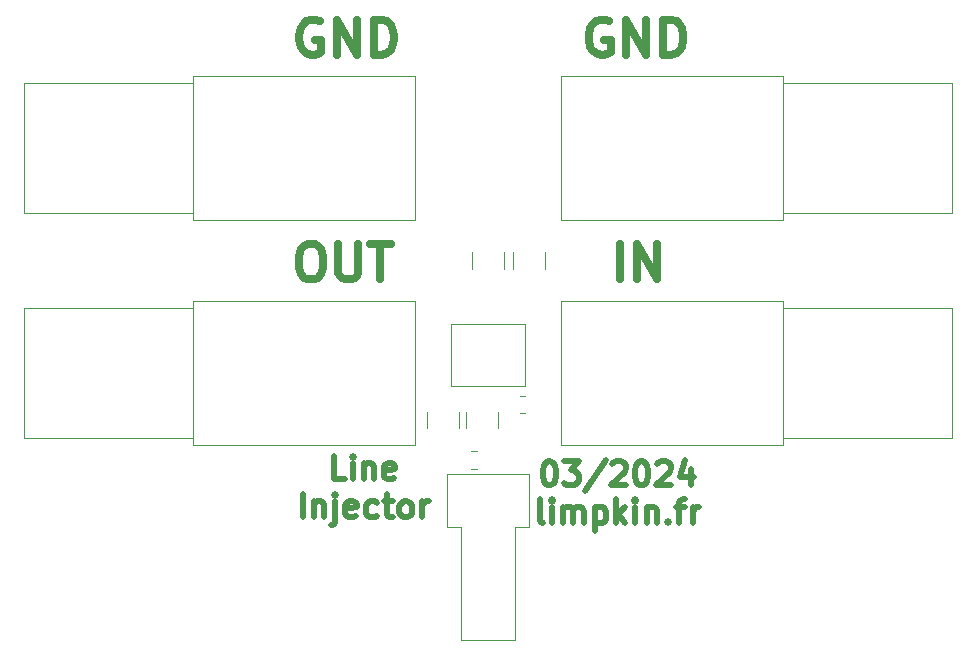
<source format=gto>
%TF.GenerationSoftware,KiCad,Pcbnew,7.0.9*%
%TF.CreationDate,2024-02-21T22:43:16+01:00*%
%TF.ProjectId,line_injector,6c696e65-5f69-46e6-9a65-63746f722e6b,rev?*%
%TF.SameCoordinates,Original*%
%TF.FileFunction,Legend,Top*%
%TF.FilePolarity,Positive*%
%FSLAX46Y46*%
G04 Gerber Fmt 4.6, Leading zero omitted, Abs format (unit mm)*
G04 Created by KiCad (PCBNEW 7.0.9) date 2024-02-21 22:43:16*
%MOMM*%
%LPD*%
G01*
G04 APERTURE LIST*
%ADD10C,0.500000*%
%ADD11C,0.700000*%
%ADD12C,0.120000*%
%ADD13C,0.100000*%
G04 APERTURE END LIST*
D10*
X130095237Y-140009238D02*
X130285714Y-140009238D01*
X130285714Y-140009238D02*
X130476190Y-140104476D01*
X130476190Y-140104476D02*
X130571428Y-140199714D01*
X130571428Y-140199714D02*
X130666666Y-140390190D01*
X130666666Y-140390190D02*
X130761904Y-140771142D01*
X130761904Y-140771142D02*
X130761904Y-141247333D01*
X130761904Y-141247333D02*
X130666666Y-141628285D01*
X130666666Y-141628285D02*
X130571428Y-141818761D01*
X130571428Y-141818761D02*
X130476190Y-141914000D01*
X130476190Y-141914000D02*
X130285714Y-142009238D01*
X130285714Y-142009238D02*
X130095237Y-142009238D01*
X130095237Y-142009238D02*
X129904761Y-141914000D01*
X129904761Y-141914000D02*
X129809523Y-141818761D01*
X129809523Y-141818761D02*
X129714285Y-141628285D01*
X129714285Y-141628285D02*
X129619047Y-141247333D01*
X129619047Y-141247333D02*
X129619047Y-140771142D01*
X129619047Y-140771142D02*
X129714285Y-140390190D01*
X129714285Y-140390190D02*
X129809523Y-140199714D01*
X129809523Y-140199714D02*
X129904761Y-140104476D01*
X129904761Y-140104476D02*
X130095237Y-140009238D01*
X131428571Y-140009238D02*
X132666666Y-140009238D01*
X132666666Y-140009238D02*
X131999999Y-140771142D01*
X131999999Y-140771142D02*
X132285714Y-140771142D01*
X132285714Y-140771142D02*
X132476190Y-140866380D01*
X132476190Y-140866380D02*
X132571428Y-140961619D01*
X132571428Y-140961619D02*
X132666666Y-141152095D01*
X132666666Y-141152095D02*
X132666666Y-141628285D01*
X132666666Y-141628285D02*
X132571428Y-141818761D01*
X132571428Y-141818761D02*
X132476190Y-141914000D01*
X132476190Y-141914000D02*
X132285714Y-142009238D01*
X132285714Y-142009238D02*
X131714285Y-142009238D01*
X131714285Y-142009238D02*
X131523809Y-141914000D01*
X131523809Y-141914000D02*
X131428571Y-141818761D01*
X134952380Y-139914000D02*
X133238095Y-142485428D01*
X135523809Y-140199714D02*
X135619047Y-140104476D01*
X135619047Y-140104476D02*
X135809523Y-140009238D01*
X135809523Y-140009238D02*
X136285714Y-140009238D01*
X136285714Y-140009238D02*
X136476190Y-140104476D01*
X136476190Y-140104476D02*
X136571428Y-140199714D01*
X136571428Y-140199714D02*
X136666666Y-140390190D01*
X136666666Y-140390190D02*
X136666666Y-140580666D01*
X136666666Y-140580666D02*
X136571428Y-140866380D01*
X136571428Y-140866380D02*
X135428571Y-142009238D01*
X135428571Y-142009238D02*
X136666666Y-142009238D01*
X137904761Y-140009238D02*
X138095238Y-140009238D01*
X138095238Y-140009238D02*
X138285714Y-140104476D01*
X138285714Y-140104476D02*
X138380952Y-140199714D01*
X138380952Y-140199714D02*
X138476190Y-140390190D01*
X138476190Y-140390190D02*
X138571428Y-140771142D01*
X138571428Y-140771142D02*
X138571428Y-141247333D01*
X138571428Y-141247333D02*
X138476190Y-141628285D01*
X138476190Y-141628285D02*
X138380952Y-141818761D01*
X138380952Y-141818761D02*
X138285714Y-141914000D01*
X138285714Y-141914000D02*
X138095238Y-142009238D01*
X138095238Y-142009238D02*
X137904761Y-142009238D01*
X137904761Y-142009238D02*
X137714285Y-141914000D01*
X137714285Y-141914000D02*
X137619047Y-141818761D01*
X137619047Y-141818761D02*
X137523809Y-141628285D01*
X137523809Y-141628285D02*
X137428571Y-141247333D01*
X137428571Y-141247333D02*
X137428571Y-140771142D01*
X137428571Y-140771142D02*
X137523809Y-140390190D01*
X137523809Y-140390190D02*
X137619047Y-140199714D01*
X137619047Y-140199714D02*
X137714285Y-140104476D01*
X137714285Y-140104476D02*
X137904761Y-140009238D01*
X139333333Y-140199714D02*
X139428571Y-140104476D01*
X139428571Y-140104476D02*
X139619047Y-140009238D01*
X139619047Y-140009238D02*
X140095238Y-140009238D01*
X140095238Y-140009238D02*
X140285714Y-140104476D01*
X140285714Y-140104476D02*
X140380952Y-140199714D01*
X140380952Y-140199714D02*
X140476190Y-140390190D01*
X140476190Y-140390190D02*
X140476190Y-140580666D01*
X140476190Y-140580666D02*
X140380952Y-140866380D01*
X140380952Y-140866380D02*
X139238095Y-142009238D01*
X139238095Y-142009238D02*
X140476190Y-142009238D01*
X142190476Y-140675904D02*
X142190476Y-142009238D01*
X141714285Y-139914000D02*
X141238095Y-141342571D01*
X141238095Y-141342571D02*
X142476190Y-141342571D01*
X129666666Y-145229238D02*
X129476190Y-145134000D01*
X129476190Y-145134000D02*
X129380952Y-144943523D01*
X129380952Y-144943523D02*
X129380952Y-143229238D01*
X130428571Y-145229238D02*
X130428571Y-143895904D01*
X130428571Y-143229238D02*
X130333333Y-143324476D01*
X130333333Y-143324476D02*
X130428571Y-143419714D01*
X130428571Y-143419714D02*
X130523809Y-143324476D01*
X130523809Y-143324476D02*
X130428571Y-143229238D01*
X130428571Y-143229238D02*
X130428571Y-143419714D01*
X131380952Y-145229238D02*
X131380952Y-143895904D01*
X131380952Y-144086380D02*
X131476190Y-143991142D01*
X131476190Y-143991142D02*
X131666666Y-143895904D01*
X131666666Y-143895904D02*
X131952381Y-143895904D01*
X131952381Y-143895904D02*
X132142857Y-143991142D01*
X132142857Y-143991142D02*
X132238095Y-144181619D01*
X132238095Y-144181619D02*
X132238095Y-145229238D01*
X132238095Y-144181619D02*
X132333333Y-143991142D01*
X132333333Y-143991142D02*
X132523809Y-143895904D01*
X132523809Y-143895904D02*
X132809523Y-143895904D01*
X132809523Y-143895904D02*
X133000000Y-143991142D01*
X133000000Y-143991142D02*
X133095238Y-144181619D01*
X133095238Y-144181619D02*
X133095238Y-145229238D01*
X134047619Y-143895904D02*
X134047619Y-145895904D01*
X134047619Y-143991142D02*
X134238095Y-143895904D01*
X134238095Y-143895904D02*
X134619048Y-143895904D01*
X134619048Y-143895904D02*
X134809524Y-143991142D01*
X134809524Y-143991142D02*
X134904762Y-144086380D01*
X134904762Y-144086380D02*
X135000000Y-144276857D01*
X135000000Y-144276857D02*
X135000000Y-144848285D01*
X135000000Y-144848285D02*
X134904762Y-145038761D01*
X134904762Y-145038761D02*
X134809524Y-145134000D01*
X134809524Y-145134000D02*
X134619048Y-145229238D01*
X134619048Y-145229238D02*
X134238095Y-145229238D01*
X134238095Y-145229238D02*
X134047619Y-145134000D01*
X135857143Y-145229238D02*
X135857143Y-143229238D01*
X136047619Y-144467333D02*
X136619048Y-145229238D01*
X136619048Y-143895904D02*
X135857143Y-144657809D01*
X137476191Y-145229238D02*
X137476191Y-143895904D01*
X137476191Y-143229238D02*
X137380953Y-143324476D01*
X137380953Y-143324476D02*
X137476191Y-143419714D01*
X137476191Y-143419714D02*
X137571429Y-143324476D01*
X137571429Y-143324476D02*
X137476191Y-143229238D01*
X137476191Y-143229238D02*
X137476191Y-143419714D01*
X138428572Y-143895904D02*
X138428572Y-145229238D01*
X138428572Y-144086380D02*
X138523810Y-143991142D01*
X138523810Y-143991142D02*
X138714286Y-143895904D01*
X138714286Y-143895904D02*
X139000001Y-143895904D01*
X139000001Y-143895904D02*
X139190477Y-143991142D01*
X139190477Y-143991142D02*
X139285715Y-144181619D01*
X139285715Y-144181619D02*
X139285715Y-145229238D01*
X140238096Y-145038761D02*
X140333334Y-145134000D01*
X140333334Y-145134000D02*
X140238096Y-145229238D01*
X140238096Y-145229238D02*
X140142858Y-145134000D01*
X140142858Y-145134000D02*
X140238096Y-145038761D01*
X140238096Y-145038761D02*
X140238096Y-145229238D01*
X140904763Y-143895904D02*
X141666667Y-143895904D01*
X141190477Y-145229238D02*
X141190477Y-143514952D01*
X141190477Y-143514952D02*
X141285715Y-143324476D01*
X141285715Y-143324476D02*
X141476191Y-143229238D01*
X141476191Y-143229238D02*
X141666667Y-143229238D01*
X142333334Y-145229238D02*
X142333334Y-143895904D01*
X142333334Y-144276857D02*
X142428572Y-144086380D01*
X142428572Y-144086380D02*
X142523810Y-143991142D01*
X142523810Y-143991142D02*
X142714286Y-143895904D01*
X142714286Y-143895904D02*
X142904763Y-143895904D01*
X112880952Y-141509238D02*
X111928571Y-141509238D01*
X111928571Y-141509238D02*
X111928571Y-139509238D01*
X113547619Y-141509238D02*
X113547619Y-140175904D01*
X113547619Y-139509238D02*
X113452381Y-139604476D01*
X113452381Y-139604476D02*
X113547619Y-139699714D01*
X113547619Y-139699714D02*
X113642857Y-139604476D01*
X113642857Y-139604476D02*
X113547619Y-139509238D01*
X113547619Y-139509238D02*
X113547619Y-139699714D01*
X114500000Y-140175904D02*
X114500000Y-141509238D01*
X114500000Y-140366380D02*
X114595238Y-140271142D01*
X114595238Y-140271142D02*
X114785714Y-140175904D01*
X114785714Y-140175904D02*
X115071429Y-140175904D01*
X115071429Y-140175904D02*
X115261905Y-140271142D01*
X115261905Y-140271142D02*
X115357143Y-140461619D01*
X115357143Y-140461619D02*
X115357143Y-141509238D01*
X117071429Y-141414000D02*
X116880953Y-141509238D01*
X116880953Y-141509238D02*
X116500000Y-141509238D01*
X116500000Y-141509238D02*
X116309524Y-141414000D01*
X116309524Y-141414000D02*
X116214286Y-141223523D01*
X116214286Y-141223523D02*
X116214286Y-140461619D01*
X116214286Y-140461619D02*
X116309524Y-140271142D01*
X116309524Y-140271142D02*
X116500000Y-140175904D01*
X116500000Y-140175904D02*
X116880953Y-140175904D01*
X116880953Y-140175904D02*
X117071429Y-140271142D01*
X117071429Y-140271142D02*
X117166667Y-140461619D01*
X117166667Y-140461619D02*
X117166667Y-140652095D01*
X117166667Y-140652095D02*
X116214286Y-140842571D01*
X109309523Y-144729238D02*
X109309523Y-142729238D01*
X110261904Y-143395904D02*
X110261904Y-144729238D01*
X110261904Y-143586380D02*
X110357142Y-143491142D01*
X110357142Y-143491142D02*
X110547618Y-143395904D01*
X110547618Y-143395904D02*
X110833333Y-143395904D01*
X110833333Y-143395904D02*
X111023809Y-143491142D01*
X111023809Y-143491142D02*
X111119047Y-143681619D01*
X111119047Y-143681619D02*
X111119047Y-144729238D01*
X112071428Y-143395904D02*
X112071428Y-145110190D01*
X112071428Y-145110190D02*
X111976190Y-145300666D01*
X111976190Y-145300666D02*
X111785714Y-145395904D01*
X111785714Y-145395904D02*
X111690476Y-145395904D01*
X112071428Y-142729238D02*
X111976190Y-142824476D01*
X111976190Y-142824476D02*
X112071428Y-142919714D01*
X112071428Y-142919714D02*
X112166666Y-142824476D01*
X112166666Y-142824476D02*
X112071428Y-142729238D01*
X112071428Y-142729238D02*
X112071428Y-142919714D01*
X113785714Y-144634000D02*
X113595238Y-144729238D01*
X113595238Y-144729238D02*
X113214285Y-144729238D01*
X113214285Y-144729238D02*
X113023809Y-144634000D01*
X113023809Y-144634000D02*
X112928571Y-144443523D01*
X112928571Y-144443523D02*
X112928571Y-143681619D01*
X112928571Y-143681619D02*
X113023809Y-143491142D01*
X113023809Y-143491142D02*
X113214285Y-143395904D01*
X113214285Y-143395904D02*
X113595238Y-143395904D01*
X113595238Y-143395904D02*
X113785714Y-143491142D01*
X113785714Y-143491142D02*
X113880952Y-143681619D01*
X113880952Y-143681619D02*
X113880952Y-143872095D01*
X113880952Y-143872095D02*
X112928571Y-144062571D01*
X115595238Y-144634000D02*
X115404762Y-144729238D01*
X115404762Y-144729238D02*
X115023809Y-144729238D01*
X115023809Y-144729238D02*
X114833333Y-144634000D01*
X114833333Y-144634000D02*
X114738095Y-144538761D01*
X114738095Y-144538761D02*
X114642857Y-144348285D01*
X114642857Y-144348285D02*
X114642857Y-143776857D01*
X114642857Y-143776857D02*
X114738095Y-143586380D01*
X114738095Y-143586380D02*
X114833333Y-143491142D01*
X114833333Y-143491142D02*
X115023809Y-143395904D01*
X115023809Y-143395904D02*
X115404762Y-143395904D01*
X115404762Y-143395904D02*
X115595238Y-143491142D01*
X116166667Y-143395904D02*
X116928571Y-143395904D01*
X116452381Y-142729238D02*
X116452381Y-144443523D01*
X116452381Y-144443523D02*
X116547619Y-144634000D01*
X116547619Y-144634000D02*
X116738095Y-144729238D01*
X116738095Y-144729238D02*
X116928571Y-144729238D01*
X117880952Y-144729238D02*
X117690476Y-144634000D01*
X117690476Y-144634000D02*
X117595238Y-144538761D01*
X117595238Y-144538761D02*
X117500000Y-144348285D01*
X117500000Y-144348285D02*
X117500000Y-143776857D01*
X117500000Y-143776857D02*
X117595238Y-143586380D01*
X117595238Y-143586380D02*
X117690476Y-143491142D01*
X117690476Y-143491142D02*
X117880952Y-143395904D01*
X117880952Y-143395904D02*
X118166667Y-143395904D01*
X118166667Y-143395904D02*
X118357143Y-143491142D01*
X118357143Y-143491142D02*
X118452381Y-143586380D01*
X118452381Y-143586380D02*
X118547619Y-143776857D01*
X118547619Y-143776857D02*
X118547619Y-144348285D01*
X118547619Y-144348285D02*
X118452381Y-144538761D01*
X118452381Y-144538761D02*
X118357143Y-144634000D01*
X118357143Y-144634000D02*
X118166667Y-144729238D01*
X118166667Y-144729238D02*
X117880952Y-144729238D01*
X119404762Y-144729238D02*
X119404762Y-143395904D01*
X119404762Y-143776857D02*
X119500000Y-143586380D01*
X119500000Y-143586380D02*
X119595238Y-143491142D01*
X119595238Y-143491142D02*
X119785714Y-143395904D01*
X119785714Y-143395904D02*
X119976191Y-143395904D01*
D11*
X110746240Y-102739314D02*
X110460526Y-102596457D01*
X110460526Y-102596457D02*
X110031954Y-102596457D01*
X110031954Y-102596457D02*
X109603383Y-102739314D01*
X109603383Y-102739314D02*
X109317668Y-103025028D01*
X109317668Y-103025028D02*
X109174811Y-103310742D01*
X109174811Y-103310742D02*
X109031954Y-103882171D01*
X109031954Y-103882171D02*
X109031954Y-104310742D01*
X109031954Y-104310742D02*
X109174811Y-104882171D01*
X109174811Y-104882171D02*
X109317668Y-105167885D01*
X109317668Y-105167885D02*
X109603383Y-105453600D01*
X109603383Y-105453600D02*
X110031954Y-105596457D01*
X110031954Y-105596457D02*
X110317668Y-105596457D01*
X110317668Y-105596457D02*
X110746240Y-105453600D01*
X110746240Y-105453600D02*
X110889097Y-105310742D01*
X110889097Y-105310742D02*
X110889097Y-104310742D01*
X110889097Y-104310742D02*
X110317668Y-104310742D01*
X112174811Y-105596457D02*
X112174811Y-102596457D01*
X112174811Y-102596457D02*
X113889097Y-105596457D01*
X113889097Y-105596457D02*
X113889097Y-102596457D01*
X115317668Y-105596457D02*
X115317668Y-102596457D01*
X115317668Y-102596457D02*
X116031954Y-102596457D01*
X116031954Y-102596457D02*
X116460525Y-102739314D01*
X116460525Y-102739314D02*
X116746240Y-103025028D01*
X116746240Y-103025028D02*
X116889097Y-103310742D01*
X116889097Y-103310742D02*
X117031954Y-103882171D01*
X117031954Y-103882171D02*
X117031954Y-104310742D01*
X117031954Y-104310742D02*
X116889097Y-104882171D01*
X116889097Y-104882171D02*
X116746240Y-105167885D01*
X116746240Y-105167885D02*
X116460525Y-105453600D01*
X116460525Y-105453600D02*
X116031954Y-105596457D01*
X116031954Y-105596457D02*
X115317668Y-105596457D01*
X135246240Y-102739314D02*
X134960526Y-102596457D01*
X134960526Y-102596457D02*
X134531954Y-102596457D01*
X134531954Y-102596457D02*
X134103383Y-102739314D01*
X134103383Y-102739314D02*
X133817668Y-103025028D01*
X133817668Y-103025028D02*
X133674811Y-103310742D01*
X133674811Y-103310742D02*
X133531954Y-103882171D01*
X133531954Y-103882171D02*
X133531954Y-104310742D01*
X133531954Y-104310742D02*
X133674811Y-104882171D01*
X133674811Y-104882171D02*
X133817668Y-105167885D01*
X133817668Y-105167885D02*
X134103383Y-105453600D01*
X134103383Y-105453600D02*
X134531954Y-105596457D01*
X134531954Y-105596457D02*
X134817668Y-105596457D01*
X134817668Y-105596457D02*
X135246240Y-105453600D01*
X135246240Y-105453600D02*
X135389097Y-105310742D01*
X135389097Y-105310742D02*
X135389097Y-104310742D01*
X135389097Y-104310742D02*
X134817668Y-104310742D01*
X136674811Y-105596457D02*
X136674811Y-102596457D01*
X136674811Y-102596457D02*
X138389097Y-105596457D01*
X138389097Y-105596457D02*
X138389097Y-102596457D01*
X139817668Y-105596457D02*
X139817668Y-102596457D01*
X139817668Y-102596457D02*
X140531954Y-102596457D01*
X140531954Y-102596457D02*
X140960525Y-102739314D01*
X140960525Y-102739314D02*
X141246240Y-103025028D01*
X141246240Y-103025028D02*
X141389097Y-103310742D01*
X141389097Y-103310742D02*
X141531954Y-103882171D01*
X141531954Y-103882171D02*
X141531954Y-104310742D01*
X141531954Y-104310742D02*
X141389097Y-104882171D01*
X141389097Y-104882171D02*
X141246240Y-105167885D01*
X141246240Y-105167885D02*
X140960525Y-105453600D01*
X140960525Y-105453600D02*
X140531954Y-105596457D01*
X140531954Y-105596457D02*
X139817668Y-105596457D01*
X109746240Y-121596457D02*
X110317668Y-121596457D01*
X110317668Y-121596457D02*
X110603383Y-121739314D01*
X110603383Y-121739314D02*
X110889097Y-122025028D01*
X110889097Y-122025028D02*
X111031954Y-122596457D01*
X111031954Y-122596457D02*
X111031954Y-123596457D01*
X111031954Y-123596457D02*
X110889097Y-124167885D01*
X110889097Y-124167885D02*
X110603383Y-124453600D01*
X110603383Y-124453600D02*
X110317668Y-124596457D01*
X110317668Y-124596457D02*
X109746240Y-124596457D01*
X109746240Y-124596457D02*
X109460526Y-124453600D01*
X109460526Y-124453600D02*
X109174811Y-124167885D01*
X109174811Y-124167885D02*
X109031954Y-123596457D01*
X109031954Y-123596457D02*
X109031954Y-122596457D01*
X109031954Y-122596457D02*
X109174811Y-122025028D01*
X109174811Y-122025028D02*
X109460526Y-121739314D01*
X109460526Y-121739314D02*
X109746240Y-121596457D01*
X112317668Y-121596457D02*
X112317668Y-124025028D01*
X112317668Y-124025028D02*
X112460525Y-124310742D01*
X112460525Y-124310742D02*
X112603383Y-124453600D01*
X112603383Y-124453600D02*
X112889097Y-124596457D01*
X112889097Y-124596457D02*
X113460525Y-124596457D01*
X113460525Y-124596457D02*
X113746240Y-124453600D01*
X113746240Y-124453600D02*
X113889097Y-124310742D01*
X113889097Y-124310742D02*
X114031954Y-124025028D01*
X114031954Y-124025028D02*
X114031954Y-121596457D01*
X115031954Y-121596457D02*
X116746240Y-121596457D01*
X115889097Y-124596457D02*
X115889097Y-121596457D01*
X136174811Y-124596457D02*
X136174811Y-121596457D01*
X137603382Y-124596457D02*
X137603382Y-121596457D01*
X137603382Y-121596457D02*
X139317668Y-124596457D01*
X139317668Y-124596457D02*
X139317668Y-121596457D01*
D12*
%TO.C,R1*%
X124027064Y-140635000D02*
X123572936Y-140635000D01*
X124027064Y-139165000D02*
X123572936Y-139165000D01*
%TO.C,J2*%
X128500000Y-145600000D02*
X128500000Y-141100000D01*
X128500000Y-141100000D02*
X121500000Y-141100000D01*
X127250000Y-155100000D02*
X127250000Y-145600000D01*
X127250000Y-145600000D02*
X128500000Y-145600000D01*
X122750000Y-155100000D02*
X127250000Y-155100000D01*
X122750000Y-145600000D02*
X122750000Y-155100000D01*
X121500000Y-145600000D02*
X122750000Y-145600000D01*
X121500000Y-141100000D02*
X121500000Y-145600000D01*
%TO.C,R2*%
X128127064Y-135935000D02*
X127672936Y-135935000D01*
X128127064Y-134465000D02*
X127672936Y-134465000D01*
D13*
%TO.C,J4*%
X118800000Y-138650000D02*
X118800000Y-126450000D01*
X118800000Y-126450000D02*
X100000000Y-126450000D01*
X100000000Y-138650000D02*
X118800000Y-138650000D01*
X100000000Y-138050000D02*
X85700000Y-138050000D01*
X100000000Y-126450000D02*
X100000000Y-138650000D01*
X85700000Y-138050000D02*
X85700000Y-127050000D01*
X85700000Y-127050000D02*
X100000000Y-127050000D01*
%TO.C,J3*%
X131200000Y-107400000D02*
X131200000Y-119600000D01*
X131200000Y-119600000D02*
X150000000Y-119600000D01*
X150000000Y-107400000D02*
X131200000Y-107400000D01*
X150000000Y-108000000D02*
X164300000Y-108000000D01*
X150000000Y-119600000D02*
X150000000Y-107400000D01*
X164300000Y-108000000D02*
X164300000Y-119000000D01*
X164300000Y-119000000D02*
X150000000Y-119000000D01*
%TO.C,J5*%
X118800000Y-119600000D02*
X118800000Y-107400000D01*
X118800000Y-107400000D02*
X100000000Y-107400000D01*
X100000000Y-119600000D02*
X118800000Y-119600000D01*
X100000000Y-119000000D02*
X85700000Y-119000000D01*
X100000000Y-107400000D02*
X100000000Y-119600000D01*
X85700000Y-119000000D02*
X85700000Y-108000000D01*
X85700000Y-108000000D02*
X100000000Y-108000000D01*
D12*
%TO.C,C4*%
X123640000Y-123711252D02*
X123640000Y-122288748D01*
X126360000Y-123711252D02*
X126360000Y-122288748D01*
%TO.C,C3*%
X127140000Y-123711252D02*
X127140000Y-122288748D01*
X129860000Y-123711252D02*
X129860000Y-122288748D01*
%TO.C,C2*%
X123140000Y-137211252D02*
X123140000Y-135788748D01*
X125860000Y-137211252D02*
X125860000Y-135788748D01*
D13*
%TO.C,Q1*%
X121900000Y-128400000D02*
X128100000Y-128400000D01*
X121900000Y-133600000D02*
X121900000Y-128400000D01*
X128100000Y-128400000D02*
X128100000Y-133600000D01*
X128100000Y-133600000D02*
X121900000Y-133600000D01*
%TO.C,J1*%
X131200000Y-126450000D02*
X131200000Y-138650000D01*
X131200000Y-138650000D02*
X150000000Y-138650000D01*
X150000000Y-126450000D02*
X131200000Y-126450000D01*
X150000000Y-127050000D02*
X164300000Y-127050000D01*
X150000000Y-138650000D02*
X150000000Y-126450000D01*
X164300000Y-127050000D02*
X164300000Y-138050000D01*
X164300000Y-138050000D02*
X150000000Y-138050000D01*
D12*
%TO.C,C1*%
X119840000Y-137211252D02*
X119840000Y-135788748D01*
X122560000Y-137211252D02*
X122560000Y-135788748D01*
%TD*%
M02*

</source>
